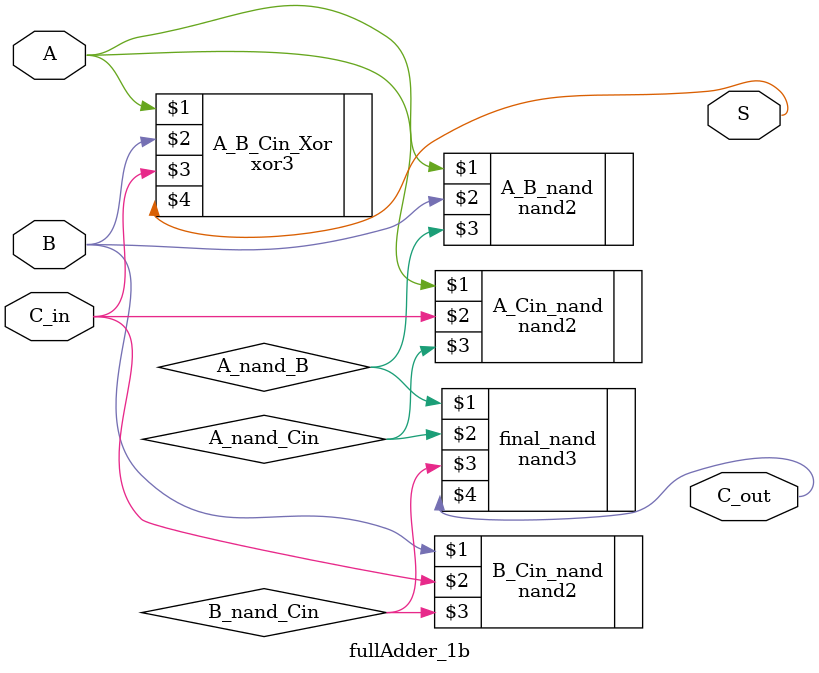
<source format=v>
/*
    CS/ECE 552 Spring '19
    Homework #3, Problem 2
    Kevin Wilson
    a 1-bit full adder
*/
module fullAdder_1b(A, B, C_in, S, C_out);
    input  A, B;
    input  C_in;
    output S;
    output C_out;

	wire A_nand_B, A_nand_Cin, B_nand_Cin;
	
	
	// to get S, simply XOR (A,B,C_in)
	xor3 A_B_Cin_Xor(A,B,C_in, S);

	// to get C_out, use all NANDs
	nand2 A_B_nand		(A,B,A_nand_B),
			A_Cin_nand	(A,C_in,A_nand_Cin),
			B_Cin_nand  (B,C_in,B_nand_Cin);

	nand3 final_nand(A_nand_B, A_nand_Cin, B_nand_Cin, C_out);
	
	
endmodule

</source>
